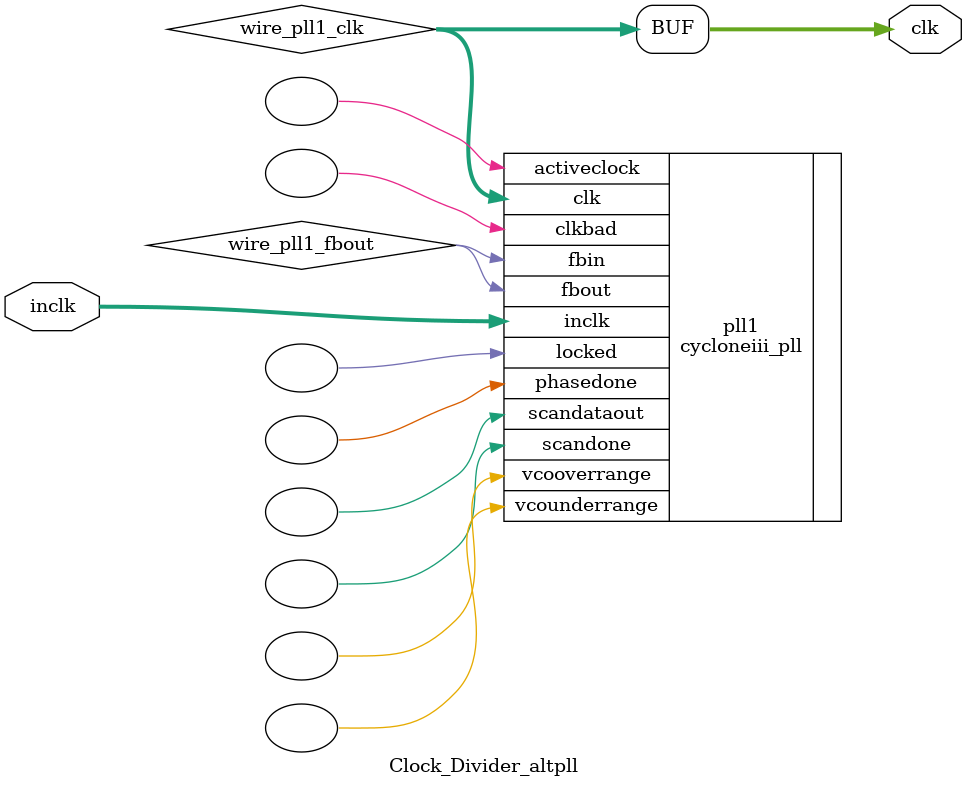
<source format=v>






//synthesis_resources = cycloneiii_pll 1 
//synopsys translate_off
`timescale 1 ps / 1 ps
//synopsys translate_on
module  Clock_Divider_altpll
	( 
	clk,
	inclk) /* synthesis synthesis_clearbox=1 */;
	output   [4:0]  clk;
	input   [1:0]  inclk;
`ifndef ALTERA_RESERVED_QIS
// synopsys translate_off
`endif
	tri0   [1:0]  inclk;
`ifndef ALTERA_RESERVED_QIS
// synopsys translate_on
`endif

	wire  [4:0]   wire_pll1_clk;
	wire  wire_pll1_fbout;

	cycloneiii_pll   pll1
	( 
	.activeclock(),
	.clk(wire_pll1_clk),
	.clkbad(),
	.fbin(wire_pll1_fbout),
	.fbout(wire_pll1_fbout),
	.inclk(inclk),
	.locked(),
	.phasedone(),
	.scandataout(),
	.scandone(),
	.vcooverrange(),
	.vcounderrange()
	`ifndef FORMAL_VERIFICATION
	// synopsys translate_off
	`endif
	,
	.areset(1'b0),
	.clkswitch(1'b0),
	.configupdate(1'b0),
	.pfdena(1'b1),
	.phasecounterselect({3{1'b0}}),
	.phasestep(1'b0),
	.phaseupdown(1'b0),
	.scanclk(1'b0),
	.scanclkena(1'b1),
	.scandata(1'b0)
	`ifndef FORMAL_VERIFICATION
	// synopsys translate_on
	`endif
	);
	defparam
		pll1.bandwidth_type = "auto",
		pll1.clk0_divide_by = 2,
		pll1.clk0_duty_cycle = 50,
		pll1.clk0_multiply_by = 1,
		pll1.clk0_phase_shift = "0",
		pll1.compensate_clock = "clk0",
		pll1.inclk0_input_frequency = 20000,
		pll1.operation_mode = "normal",
		pll1.pll_type = "auto",
		pll1.lpm_type = "cycloneiii_pll";
	assign
		clk = {wire_pll1_clk[4:0]};
endmodule //Clock_Divider_altpll
//VALID FILE

</source>
